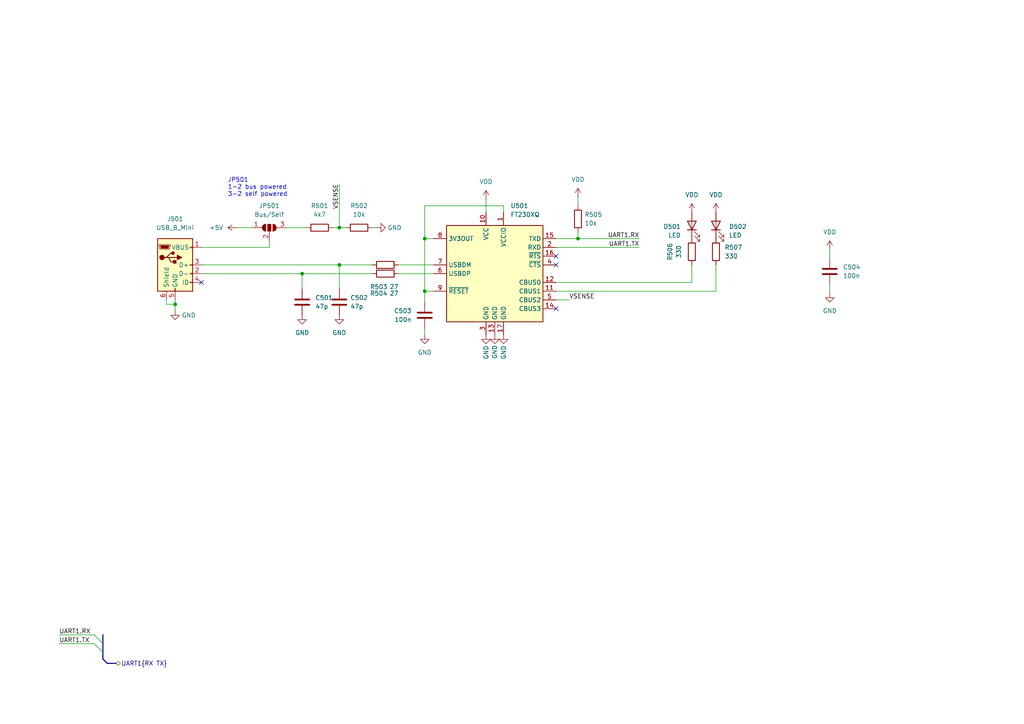
<source format=kicad_sch>
(kicad_sch (version 20211123) (generator eeschema)
  (paper "A4")
  (lib_symbols
    (symbol "Connector:USB_B_Mini" (pin_names (offset 1.016))
      (property "Reference" "J" (at -5.08 11.43 0))
      (property "Value" "USB_B_Mini" (at -5.08 8.89 0))
      (symbol "USB_B_Mini_0_1"
        (rectangle (start -5.08 -7.62) (end 5.08 7.62) (stroke (width 0.254)) (fill (type background)))
        (circle (center -3.81 2.159) (radius 0.635) (stroke (width 0.254)) (fill (type outline)))
        (circle (center -0.635 3.429) (radius 0.381) (stroke (width 0.254)) (fill (type outline)))
        (rectangle (start -0.127 -7.62) (end 0.127 -6.858))
        (polyline (pts (xy -1.905 2.159) (xy 0.635 2.159)) (stroke (width 0.254)))
        (polyline (pts (xy -3.175 2.159) (xy -2.54 2.159) (xy -1.27 3.429) (xy -0.635 3.429)) (stroke (width 0.254)))
        (polyline (pts (xy -2.54 2.159) (xy -1.905 2.159) (xy -1.27 0.889) (xy 0 0.889)) (stroke (width 0.254)))
        (polyline (pts (xy 0.635 2.794) (xy 0.635 1.524) (xy 1.905 2.159) (xy 0.635 2.794)) (stroke (width 0.254)) (fill (type outline)))
        (polyline (pts (xy -4.318 5.588) (xy -1.778 5.588) (xy -2.032 4.826) (xy -4.064 4.826) (xy -4.318 5.588)) (fill (type outline)))
        (polyline (pts (xy -4.699 5.842) (xy -4.699 5.588) (xy -4.445 4.826) (xy -4.445 4.572) (xy -1.651 4.572) (xy -1.651 4.826) (xy -1.397 5.588) (xy -1.397 5.842) (xy -4.699 5.842)))
        (rectangle (start 0.254 1.27) (end -0.508 0.508) (stroke (width 0.254)) (fill (type outline)))
        (rectangle (start 5.08 -5.207) (end 4.318 -4.953))
        (rectangle (start 5.08 -2.667) (end 4.318 -2.413))
        (rectangle (start 5.08 -0.127) (end 4.318 0.127))
        (rectangle (start 5.08 4.953) (end 4.318 5.207))
      )
      (symbol "USB_B_Mini_1_1"
        (pin power_out line (at 7.62 5.08 180) (length 2.54) (name "VBUS") (number "1"))
        (pin bidirectional line (at 7.62 -2.54 180) (length 2.54) (name "D-") (number "2"))
        (pin bidirectional line (at 7.62 0 180) (length 2.54) (name "D+") (number "3"))
        (pin passive line (at 7.62 -5.08 180) (length 2.54) (name "ID") (number "4"))
        (pin power_out line (at 0 -10.16 90) (length 2.54) (name "GND") (number "5"))
        (pin passive line (at -2.54 -10.16 90) (length 2.54) (name "Shield") (number "6"))
      )
    )
    (symbol "Device:C" (pin_numbers hide) (pin_names (offset 0.254))
      (property "Reference" "C" (at 0.635 2.54 0))
      (property "Value" "C" (at 0.635 -2.54 0))
      (symbol "C_0_1"
        (polyline (pts (xy -2.032 -0.762) (xy 2.032 -0.762)) (stroke (width 0.508)))
        (polyline (pts (xy -2.032 0.762) (xy 2.032 0.762)) (stroke (width 0.508)))
      )
      (symbol "C_1_1"
        (pin passive line (at 0 3.81 270) (length 2.794) (name "~") (number "1"))
        (pin passive line (at 0 -3.81 90) (length 2.794) (name "~") (number "2"))
      )
    )
    (symbol "Device:LED" (pin_numbers hide) (pin_names (offset 1.016) hide)
      (property "Reference" "D" (at 0 2.54 0))
      (property "Value" "LED" (at 0 -2.54 0))
      (symbol "LED_0_1"
        (polyline (pts (xy -1.27 -1.27) (xy -1.27 1.27)) (stroke (width 0.254)))
        (polyline (pts (xy -1.27 0) (xy 1.27 0)))
        (polyline (pts (xy 1.27 -1.27) (xy 1.27 1.27) (xy -1.27 0) (xy 1.27 -1.27)) (stroke (width 0.254)))
        (polyline (pts (xy -3.048 -0.762) (xy -4.572 -2.286) (xy -3.81 -2.286) (xy -4.572 -2.286) (xy -4.572 -1.524)))
        (polyline (pts (xy -1.778 -0.762) (xy -3.302 -2.286) (xy -2.54 -2.286) (xy -3.302 -2.286) (xy -3.302 -1.524)))
      )
      (symbol "LED_1_1"
        (pin passive line (at -3.81 0 0) (length 2.54) (name "K") (number "1"))
        (pin passive line (at 3.81 0 180) (length 2.54) (name "A") (number "2"))
      )
    )
    (symbol "Device:R" (pin_numbers hide) (pin_names (offset 0))
      (property "Reference" "R" (at 2.032 0 90))
      (property "Value" "R" (at 0 0 90))
      (symbol "R_0_1"
        (rectangle (start -1.016 -2.54) (end 1.016 2.54) (stroke (width 0.254)))
      )
      (symbol "R_1_1"
        (pin passive line (at 0 3.81 270) (length 1.27) (name "~") (number "1"))
        (pin passive line (at 0 -3.81 90) (length 1.27) (name "~") (number "2"))
      )
    )
    (symbol "Interface_USB:FT230XQ"
      (property "Reference" "U" (at -13.97 15.24 0))
      (property "Value" "FT230XQ" (at 7.62 15.24 0))
      (symbol "FT230XQ_0_1"
        (rectangle (start -13.97 13.97) (end 13.97 -13.97) (stroke (width 0.254)) (fill (type background)))
      )
      (symbol "FT230XQ_1_1"
        (pin power_in line (at 2.54 17.78 270) (length 3.81) (name "VCCIO") (number "1"))
        (pin power_in line (at -2.54 17.78 270) (length 3.81) (name "VCC") (number "10"))
        (pin bidirectional line (at 17.78 -5.08 180) (length 3.81) (name "CBUS1") (number "11"))
        (pin bidirectional line (at 17.78 -2.54 180) (length 3.81) (name "CBUS0") (number "12"))
        (pin power_in line (at 0 -17.78 90) (length 3.81) (name "GND") (number "13"))
        (pin bidirectional line (at 17.78 -10.16 180) (length 3.81) (name "CBUS3") (number "14"))
        (pin output line (at 17.78 10.16 180) (length 3.81) (name "TXD") (number "15"))
        (pin output line (at 17.78 5.08 180) (length 3.81) (name "~{RTS}") (number "16"))
        (pin power_in line (at 2.54 -17.78 90) (length 3.81) (name "GND") (number "17"))
        (pin input line (at 17.78 7.62 180) (length 3.81) (name "RXD") (number "2"))
        (pin power_in line (at -2.54 -17.78 90) (length 3.81) (name "GND") (number "3"))
        (pin input line (at 17.78 2.54 180) (length 3.81) (name "~{CTS}") (number "4"))
        (pin bidirectional line (at 17.78 -7.62 180) (length 3.81) (name "CBUS2") (number "5"))
        (pin bidirectional line (at -17.78 0 0) (length 3.81) (name "USBDP") (number "6"))
        (pin bidirectional line (at -17.78 2.54 0) (length 3.81) (name "USBDM") (number "7"))
        (pin power_out line (at -17.78 10.16 0) (length 3.81) (name "3V3OUT") (number "8"))
        (pin input line (at -17.78 -5.08 0) (length 3.81) (name "~{RESET}") (number "9"))
      )
    )
    (symbol "Jumper:SolderJumper_3_Open" (pin_names (offset 0) hide)
      (property "Reference" "JP" (at -2.54 -2.54 0))
      (property "Value" "SolderJumper_3_Open" (at 0 2.794 0))
      (symbol "SolderJumper_3_Open_0_1"
        (arc (start -1.016 1.016) (mid -2.032 0) (end -1.016 -1.016))
        (arc (start -1.016 1.016) (mid -2.032 0) (end -1.016 -1.016) (fill (type outline)))
        (rectangle (start -0.508 1.016) (end 0.508 -1.016) (fill (type outline)))
        (polyline (pts (xy -2.54 0) (xy -2.032 0)))
        (polyline (pts (xy -1.016 1.016) (xy -1.016 -1.016)))
        (polyline (pts (xy 0 -1.27) (xy 0 -1.016)))
        (polyline (pts (xy 1.016 1.016) (xy 1.016 -1.016)))
        (polyline (pts (xy 2.54 0) (xy 2.032 0)))
        (arc (start 1.016 -1.016) (mid 2.032 0) (end 1.016 1.016))
        (arc (start 1.016 -1.016) (mid 2.032 0) (end 1.016 1.016) (fill (type outline)))
      )
      (symbol "SolderJumper_3_Open_1_1"
        (pin passive line (at -5.08 0 0) (length 2.54) (name "A") (number "1"))
        (pin passive line (at 0 -3.81 90) (length 2.54) (name "C") (number "2"))
        (pin passive line (at 5.08 0 180) (length 2.54) (name "B") (number "3"))
      )
    )
    (symbol "power:+5V" (power) (pin_names (offset 0))
      (property "Value" "+5V" (at 0 3.556 0))
      (symbol "+5V_0_1"
        (polyline (pts (xy -0.762 1.27) (xy 0 2.54)))
        (polyline (pts (xy 0 0) (xy 0 2.54)))
        (polyline (pts (xy 0 2.54) (xy 0.762 1.27)))
      )
      (symbol "+5V_1_1"
        (pin power_in line (at 0 0 90) (length 0) hide (name "+5V") (number "1"))
      )
    )
    (symbol "power:GND" (power) (pin_names (offset 0))
      (property "Value" "GND" (at 0 -3.81 0))
      (symbol "GND_0_1"
        (polyline (pts (xy 0 0) (xy 0 -1.27) (xy 1.27 -1.27) (xy 0 -2.54) (xy -1.27 -1.27) (xy 0 -1.27)))
      )
      (symbol "GND_1_1"
        (pin power_in line (at 0 0 270) (length 0) hide (name "GND") (number "1"))
      )
    )
    (symbol "power:VDD" (power) (pin_names (offset 0))
      (property "Value" "VDD" (at 0 3.81 0))
      (symbol "VDD_0_1"
        (polyline (pts (xy -0.762 1.27) (xy 0 2.54)))
        (polyline (pts (xy 0 0) (xy 0 2.54)))
        (polyline (pts (xy 0 2.54) (xy 0.762 1.27)))
      )
      (symbol "VDD_1_1"
        (pin power_in line (at 0 0 90) (length 0) hide (name "VDD") (number "1"))
      )
    )
  )
  (junction (at 167.64 69.215))
  (junction (at 98.425 76.835))
  (junction (at 98.425 66.04))
  (junction (at 123.19 69.215))
  (junction (at 50.8 88.265))
  (junction (at 87.63 79.375))
  (junction (at 123.19 84.455))
  (no_connect (at 161.29 74.295))
  (no_connect (at 58.42 81.915))
  (no_connect (at 161.29 76.835))
  (no_connect (at 161.29 89.535))
  (bus_entry (at 27.305 184.15) (size 2.54 2.54))
  (bus_entry (at 27.305 186.69) (size 2.54 2.54))
  (wire (pts (xy 200.66 81.915) (xy 200.66 76.835)))
  (bus (pts (xy 29.845 191.135) (xy 31.115 192.405)))
  (wire (pts (xy 58.42 71.755) (xy 78.105 71.755)))
  (bus (pts (xy 29.845 189.23) (xy 29.845 191.135)))
  (wire (pts (xy 207.645 84.455) (xy 207.645 76.835)))
  (wire (pts (xy 161.29 71.755) (xy 185.42 71.755)))
  (wire (pts (xy 123.19 84.455) (xy 125.73 84.455)))
  (wire (pts (xy 240.665 72.39) (xy 240.665 74.93)))
  (wire (pts (xy 167.64 69.215) (xy 185.42 69.215)))
  (wire (pts (xy 115.57 79.375) (xy 125.73 79.375)))
  (wire (pts (xy 167.64 57.15) (xy 167.64 59.69)))
  (wire (pts (xy 123.19 59.69) (xy 123.19 69.215)))
  (wire (pts (xy 98.425 76.835) (xy 107.95 76.835)))
  (wire (pts (xy 50.8 90.17) (xy 50.8 88.265)))
  (wire (pts (xy 83.185 66.04) (xy 88.9 66.04)))
  (wire (pts (xy 17.145 186.69) (xy 27.305 186.69)))
  (wire (pts (xy 240.665 82.55) (xy 240.665 85.09)))
  (wire (pts (xy 161.29 84.455) (xy 207.645 84.455)))
  (wire (pts (xy 161.29 81.915) (xy 200.66 81.915)))
  (wire (pts (xy 161.29 69.215) (xy 167.64 69.215)))
  (wire (pts (xy 140.97 57.785) (xy 140.97 61.595)))
  (wire (pts (xy 123.19 97.155) (xy 123.19 95.25)))
  (wire (pts (xy 96.52 66.04) (xy 98.425 66.04)))
  (bus (pts (xy 31.115 192.405) (xy 33.655 192.405)))
  (wire (pts (xy 58.42 79.375) (xy 87.63 79.375)))
  (bus (pts (xy 29.845 184.15) (xy 29.845 186.69)))
  (wire (pts (xy 50.8 88.265) (xy 50.8 86.995)))
  (wire (pts (xy 123.19 84.455) (xy 123.19 87.63)))
  (bus (pts (xy 29.845 186.69) (xy 29.845 189.23)))
  (wire (pts (xy 123.19 69.215) (xy 123.19 84.455)))
  (wire (pts (xy 98.425 53.34) (xy 98.425 66.04)))
  (wire (pts (xy 78.105 71.755) (xy 78.105 69.85)))
  (wire (pts (xy 87.63 83.82) (xy 87.63 79.375)))
  (wire (pts (xy 48.26 88.265) (xy 50.8 88.265)))
  (wire (pts (xy 48.26 86.995) (xy 48.26 88.265)))
  (wire (pts (xy 115.57 76.835) (xy 125.73 76.835)))
  (wire (pts (xy 167.64 67.31) (xy 167.64 69.215)))
  (wire (pts (xy 98.425 76.835) (xy 98.425 83.82)))
  (wire (pts (xy 87.63 79.375) (xy 107.95 79.375)))
  (wire (pts (xy 123.19 69.215) (xy 125.73 69.215)))
  (wire (pts (xy 98.425 66.04) (xy 100.33 66.04)))
  (wire (pts (xy 107.95 66.04) (xy 109.22 66.04)))
  (wire (pts (xy 58.42 76.835) (xy 98.425 76.835)))
  (wire (pts (xy 146.05 59.69) (xy 123.19 59.69)))
  (wire (pts (xy 146.05 61.595) (xy 146.05 59.69)))
  (wire (pts (xy 161.29 86.995) (xy 165.1 86.995)))
  (wire (pts (xy 17.145 184.15) (xy 27.305 184.15)))
  (wire (pts (xy 68.58 66.04) (xy 73.025 66.04)))
  (text "JP501\n1-2 bus powered\n3-2 self powered\n" (at 66.04 57.15 0) (effects (font (size 1.27 1.27)) (justify left bottom)))
  (label "VSENSE" (at 165.1 86.995 0))
  (label "UART1.TX" (at 185.42 71.755 180))
  (label "UART1.TX" (at 17.145 186.69 0))
  (label "UART1.RX" (at 185.42 69.215 180))
  (label "VSENSE" (at 98.425 53.34 270))
  (label "UART1.RX" (at 17.145 184.15 0))
  (hierarchical_label "UART1{RX TX}" (shape bidirectional) (at 33.655 192.405 0))
  (symbol (lib_id "Device:R") (at 104.14 66.04 90) (unit 1)
    (property "Reference" "R502" (at 104.14 59.69 90))
    (property "Value" "10k" (at 104.14 62.23 90))
    (property "Footprint" "Resistor_SMD:R_0603_1608Metric_Pad0.98x0.95mm_HandSolder" (effects hide))
  )
  (symbol (lib_id "power:GND") (at 123.19 97.155 0) (unit 1)
    (property "Reference" "#PWR0506" (effects hide))
    (property "Value" "GND" (at 123.19 102.235 0))
  )
  (symbol (lib_id "power:+5V") (at 68.58 66.04 90) (unit 1)
    (property "Reference" "#PWR0502" (effects hide))
    (property "Value" "+5V" (at 64.77 66.0399 90) (effects (justify left)))
  )
  (symbol (lib_id "Device:C") (at 87.63 87.63 0) (unit 1)
    (property "Reference" "C501" (at 91.44 86.3599 0) (effects (justify left)))
    (property "Value" "47p" (at 91.44 88.8999 0) (effects (justify left)))
    (property "Footprint" "Capacitor_SMD:C_0603_1608Metric_Pad1.08x0.95mm_HandSolder" (effects hide))
  )
  (symbol (lib_id "power:GND") (at 146.05 97.155 0) (unit 1)
    (property "Reference" "#PWR0510" (effects hide))
    (property "Value" "GND" (at 146.05 102.235 90))
  )
  (symbol (lib_id "power:VDD") (at 167.64 57.15 0) (unit 1)
    (property "Reference" "#PWR0511" (effects hide))
    (property "Value" "VDD" (at 167.64 52.07 0))
  )
  (symbol (lib_id "power:GND") (at 50.8 90.17 0) (unit 1)
    (property "Reference" "#PWR0501" (effects hide))
    (property "Value" "GND" (at 52.705 91.4399 0) (effects (justify left)))
  )
  (symbol (lib_id "Device:R") (at 111.76 76.835 90) (unit 1)
    (property "Reference" "R503" (at 109.855 83.185 90))
    (property "Value" "27" (at 114.3 83.185 90))
    (property "Footprint" "Resistor_SMD:R_0603_1608Metric_Pad0.98x0.95mm_HandSolder" (effects hide))
  )
  (symbol (lib_id "Device:LED") (at 200.66 65.405 90) (unit 1)
    (property "Reference" "D501" (at 197.485 65.7224 90) (effects (justify left)))
    (property "Value" "LED" (at 197.485 68.2624 90) (effects (justify left)))
    (property "Footprint" "LED_SMD:LED_1206_3216Metric_Pad1.42x1.75mm_HandSolder" (effects hide))
  )
  (symbol (lib_id "power:GND") (at 98.425 91.44 0) (unit 1)
    (property "Reference" "#PWR0504" (effects hide))
    (property "Value" "GND" (at 98.425 96.52 0))
  )
  (symbol (lib_id "Device:C") (at 123.19 91.44 0) (unit 1)
    (property "Reference" "C503" (at 119.38 90.1699 0) (effects (justify right)))
    (property "Value" "100n" (at 119.38 92.7099 0) (effects (justify right)))
    (property "Footprint" "Capacitor_SMD:C_0603_1608Metric_Pad1.08x0.95mm_HandSolder" (effects hide))
  )
  (symbol (lib_id "power:GND") (at 143.51 97.155 0) (unit 1)
    (property "Reference" "#PWR0509" (effects hide))
    (property "Value" "GND" (at 143.51 104.14 90) (effects (justify left)))
  )
  (symbol (lib_id "power:VDD") (at 240.665 72.39 0) (unit 1)
    (property "Reference" "#PWR0514" (effects hide))
    (property "Value" "VDD" (at 240.665 67.31 0))
  )
  (symbol (lib_id "Device:R") (at 207.645 73.025 180) (unit 1)
    (property "Reference" "R507" (at 210.185 71.7549 0) (effects (justify right)))
    (property "Value" "330" (at 210.185 74.2949 0) (effects (justify right)))
    (property "Footprint" "Resistor_SMD:R_0603_1608Metric_Pad0.98x0.95mm_HandSolder" (effects hide))
  )
  (symbol (lib_id "Device:R") (at 92.71 66.04 270) (unit 1)
    (property "Reference" "R501" (at 92.71 59.69 90))
    (property "Value" "4k7" (at 92.71 62.23 90))
    (property "Footprint" "Resistor_SMD:R_0603_1608Metric_Pad0.98x0.95mm_HandSolder" (effects hide))
  )
  (symbol (lib_id "Device:C") (at 98.425 87.63 0) (unit 1)
    (property "Reference" "C502" (at 101.6 86.3599 0) (effects (justify left)))
    (property "Value" "47p" (at 101.6 88.8999 0) (effects (justify left)))
    (property "Footprint" "Capacitor_SMD:C_0603_1608Metric_Pad1.08x0.95mm_HandSolder" (effects hide))
  )
  (symbol (lib_id "power:GND") (at 109.22 66.04 90) (unit 1)
    (property "Reference" "#PWR0505" (effects hide))
    (property "Value" "GND" (at 112.395 66.0399 90) (effects (justify right)))
  )
  (symbol (lib_id "power:VDD") (at 207.645 61.595 0) (unit 1)
    (property "Reference" "#PWR0513" (effects hide))
    (property "Value" "VDD" (at 207.645 56.515 0))
  )
  (symbol (lib_id "Connector:USB_B_Mini") (at 50.8 76.835 0) (unit 1)
    (property "Reference" "J501" (at 50.8 63.5 0))
    (property "Value" "USB_B_Mini" (at 50.8 66.04 0))
    (property "Footprint" "Connector_USB:USB_Mini-B_Wuerth_65100516121_Horizontal" (effects hide))
  )
  (symbol (lib_id "power:VDD") (at 200.66 61.595 0) (unit 1)
    (property "Reference" "#PWR0512" (effects hide))
    (property "Value" "VDD" (at 200.66 56.515 0))
  )
  (symbol (lib_id "power:VDD") (at 140.97 57.785 0) (unit 1)
    (property "Reference" "#PWR0507" (effects hide))
    (property "Value" "VDD" (at 140.97 52.705 0))
  )
  (symbol (lib_id "Device:R") (at 167.64 63.5 180) (unit 1)
    (property "Reference" "R505" (at 169.545 62.2299 0) (effects (justify right)))
    (property "Value" "10k" (at 169.545 64.7699 0) (effects (justify right)))
    (property "Footprint" "Resistor_SMD:R_0603_1608Metric_Pad0.98x0.95mm_HandSolder" (effects hide))
  )
  (symbol (lib_id "Device:R") (at 111.76 79.375 90) (unit 1)
    (property "Reference" "R504" (at 109.855 85.09 90))
    (property "Value" "27" (at 114.3 85.09 90))
    (property "Footprint" "Resistor_SMD:R_0603_1608Metric_Pad0.98x0.95mm_HandSolder" (effects hide))
  )
  (symbol (lib_id "power:GND") (at 240.665 85.09 0) (unit 1)
    (property "Reference" "#PWR0515" (effects hide))
    (property "Value" "GND" (at 240.665 90.17 0))
  )
  (symbol (lib_id "Device:LED") (at 207.645 65.405 90) (unit 1)
    (property "Reference" "D502" (at 211.455 65.7224 90) (effects (justify right)))
    (property "Value" "LED" (at 211.455 68.2624 90) (effects (justify right)))
    (property "Footprint" "LED_SMD:LED_1206_3216Metric_Pad1.42x1.75mm_HandSolder" (effects hide))
  )
  (symbol (lib_id "power:GND") (at 140.97 97.155 0) (unit 1)
    (property "Reference" "#PWR0508" (effects hide))
    (property "Value" "GND" (at 140.97 102.235 90))
  )
  (symbol (lib_id "power:GND") (at 87.63 91.44 0) (unit 1)
    (property "Reference" "#PWR0503" (effects hide))
    (property "Value" "GND" (at 87.63 96.52 0))
  )
  (symbol (lib_id "Interface_USB:FT230XQ") (at 143.51 79.375 0) (unit 1)
    (property "Reference" "U501" (at 148.0694 59.69 0) (effects (justify left)))
    (property "Value" "FT230XQ" (at 148.0694 62.23 0) (effects (justify left)))
    (property "Footprint" "Package_DFN_QFN:QFN-16-1EP_4x4mm_P0.65mm_EP2.1x2.1mm" (effects hide))
    (property "Datasheet" "https://www.ftdichip.com/Support/Documents/DataSheets/ICs/DS_FT230X.pdf" (effects hide))
  )
  (symbol (lib_id "Jumper:SolderJumper_3_Open") (at 78.105 66.04 0) (unit 1)
    (property "Reference" "JP501" (at 78.105 59.69 0))
    (property "Value" "Bus/Self" (at 78.105 62.23 0))
    (property "Footprint" "Jumper:SolderJumper-3_P1.3mm_Open_RoundedPad1.0x1.5mm_NumberLabels" (effects hide))
  )
  (symbol (lib_id "Device:C") (at 240.665 78.74 0) (unit 1)
    (property "Reference" "C504" (at 244.475 77.4699 0) (effects (justify left)))
    (property "Value" "100n" (at 244.475 80.0099 0) (effects (justify left)))
    (property "Footprint" "Capacitor_SMD:C_0603_1608Metric_Pad1.08x0.95mm_HandSolder" (effects hide))
  )
  (symbol (lib_id "Device:R") (at 200.66 73.025 180) (unit 1)
    (property "Reference" "R506" (at 194.31 73.025 90))
    (property "Value" "330" (at 196.85 73.025 90))
    (property "Footprint" "Resistor_SMD:R_0603_1608Metric_Pad0.98x0.95mm_HandSolder" (effects hide))
  )
)
</source>
